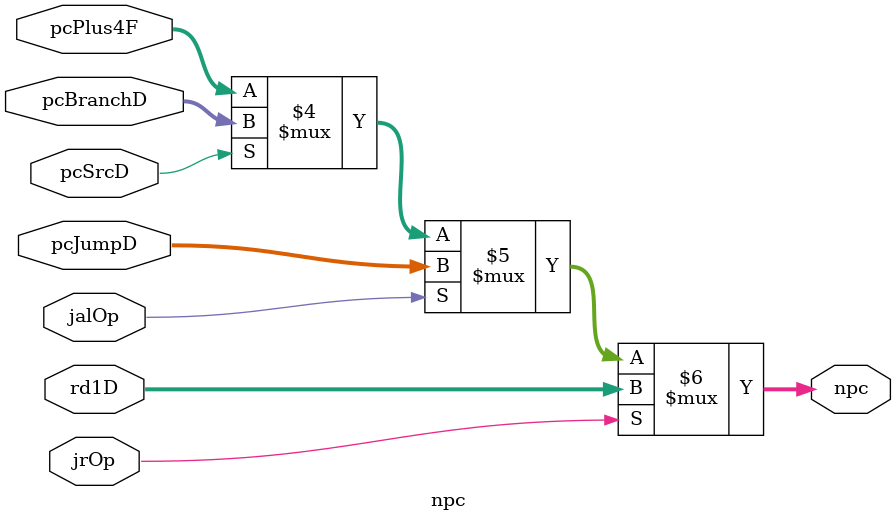
<source format=v>
`timescale 1ns / 1ps
module npc(
    input [31:0] pcPlus4F,
    input [31:0] pcBranchD,
    input pcSrcD,
    input jalOp,
    input [31:0] pcJumpD,
    input jrOp,
    input [31:0] rd1D,
    output  [31:0] npc
    );
    assign npc = (jrOp == 1) ? rd1D :
	              (jalOp == 1) ? pcJumpD :
					  (pcSrcD == 1) ? pcBranchD : 
					  pcPlus4F;
endmodule

</source>
